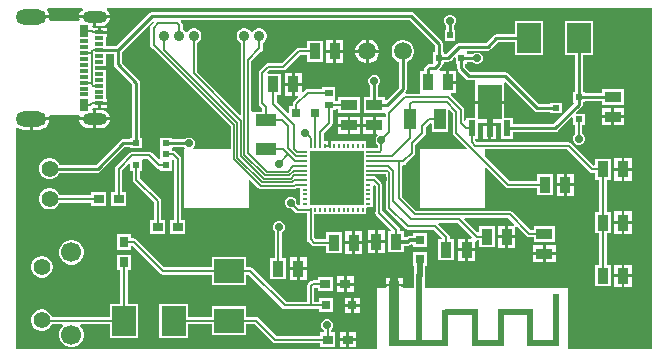
<source format=gtl>
G04*
G04 #@! TF.GenerationSoftware,Altium Limited,Altium Designer,23.8.1 (32)*
G04*
G04 Layer_Physical_Order=1*
G04 Layer_Color=255*
%FSLAX44Y44*%
%MOMM*%
G71*
G04*
G04 #@! TF.SameCoordinates,BD739B87-A4AA-4D6D-BF89-38DACE635197*
G04*
G04*
G04 #@! TF.FilePolarity,Positive*
G04*
G01*
G75*
%ADD10C,0.2000*%
%ADD13R,0.7000X1.0000*%
%ADD14R,0.7000X0.3000*%
%ADD15R,0.5000X0.5000*%
%ADD16R,0.9000X0.7000*%
%ADD17R,0.7000X0.6000*%
%ADD18R,0.8000X0.8000*%
%ADD19R,4.6000X4.6000*%
%ADD20R,0.4000X0.2000*%
%ADD21R,0.2000X0.4000*%
%ADD22R,0.9500X1.4000*%
%ADD23R,0.9000X0.8000*%
%ADD24R,0.8000X0.8000*%
%ADD25R,1.4000X0.9500*%
%ADD26R,2.0000X2.5000*%
%ADD27R,0.5000X0.6000*%
%ADD28R,1.8000X1.0000*%
%ADD29R,2.0000X3.0000*%
%ADD30R,0.6000X2.0000*%
%ADD31R,0.6000X1.4000*%
%ADD32R,0.8000X0.9000*%
%ADD33R,2.5000X2.0000*%
%ADD34R,0.6000X0.5000*%
%ADD35R,1.0000X1.8000*%
%ADD66C,1.5000*%
%ADD70C,0.1500*%
%ADD71C,0.4000*%
%ADD72C,0.5000*%
%ADD73C,0.7000*%
%ADD74C,0.2500*%
%ADD75C,0.3000*%
%ADD76R,0.9000X4.9087*%
%ADD77R,0.5000X4.6045*%
%ADD78R,0.5000X2.7455*%
%ADD79R,0.5000X2.7180*%
%ADD80R,0.5000X4.2606*%
%ADD81R,2.3761X0.5000*%
%ADD82R,0.5000X2.7692*%
%ADD83R,2.1583X0.5000*%
%ADD84R,2.7000X0.5000*%
%ADD85R,5.0000X0.5000*%
%ADD86R,0.5000X3.1400*%
%ADD87O,2.6000X1.3000*%
%ADD88O,2.1000X1.0000*%
%ADD89C,0.9000*%
%ADD90C,1.4000*%
%ADD91C,1.7000*%
%ADD92C,0.7000*%
G36*
X222892Y-41392D02*
X151500D01*
Y11000D01*
X30000D01*
Y12557D01*
X30088Y13000D01*
Y20019D01*
X30239Y20244D01*
X30588Y22000D01*
Y29500D01*
X32000D01*
Y41500D01*
X20000D01*
Y29500D01*
X21412D01*
Y23481D01*
X21261Y23256D01*
X20912Y21500D01*
Y13000D01*
X21000Y12557D01*
Y11000D01*
X11501D01*
Y11770D01*
X10613D01*
X10439Y12030D01*
X9778Y12472D01*
X8997Y12628D01*
X4501D01*
X-3D01*
X-784Y12472D01*
X-1445Y12030D01*
X-1619Y11770D01*
X-2499D01*
Y11000D01*
X-10000D01*
Y-41392D01*
X-315892D01*
Y145925D01*
X-314753Y146487D01*
X-314039Y145939D01*
X-311849Y145032D01*
X-309500Y144722D01*
X-304250D01*
Y153800D01*
X-303000D01*
Y155050D01*
X-287587D01*
X-287664Y155632D01*
X-286811Y156902D01*
X-264200D01*
X-263010Y157139D01*
X-262096Y156026D01*
X-262207Y155758D01*
X-262300Y155050D01*
X-250650D01*
Y161365D01*
X-251483D01*
X-251632Y161868D01*
X-250646Y163000D01*
X-246550D01*
Y167000D01*
X-245300D01*
Y168250D01*
X-239300D01*
Y171000D01*
X-239800D01*
Y183500D01*
Y195500D01*
X-249196D01*
Y198500D01*
X-239800D01*
Y208686D01*
X-232814D01*
Y200000D01*
X-232561Y198732D01*
X-231843Y197657D01*
X-217314Y183127D01*
Y138000D01*
X-219000D01*
Y136814D01*
X-225000D01*
X-226268Y136561D01*
X-227343Y135843D01*
X-248123Y115064D01*
X-279070D01*
X-279113Y115224D01*
X-280298Y117276D01*
X-281974Y118952D01*
X-284026Y120137D01*
X-286315Y120750D01*
X-288685D01*
X-290974Y120137D01*
X-293026Y118952D01*
X-294702Y117276D01*
X-295887Y115224D01*
X-296500Y112935D01*
Y110565D01*
X-295887Y108276D01*
X-294702Y106224D01*
X-293026Y104548D01*
X-290974Y103363D01*
X-288685Y102750D01*
X-286315D01*
X-284026Y103363D01*
X-281974Y104548D01*
X-280298Y106224D01*
X-279113Y108276D01*
X-279070Y108436D01*
X-246750D01*
X-245482Y108689D01*
X-244407Y109407D01*
X-223627Y130186D01*
X-219000D01*
Y129000D01*
X-209000D01*
Y138000D01*
X-210686D01*
Y184500D01*
X-210939Y185768D01*
X-211657Y186843D01*
X-226186Y201373D01*
Y210627D01*
X-199964Y236850D01*
X-199804Y236818D01*
X-199386Y235440D01*
X-201663Y233163D01*
X-202326Y232171D01*
X-202559Y231000D01*
X-202559Y231000D01*
Y216757D01*
X-202326Y215587D01*
X-201663Y214594D01*
X-200671Y213932D01*
X-200632Y213924D01*
X-134304Y147596D01*
Y128000D01*
X-165633D01*
X-166159Y129270D01*
X-165261Y130168D01*
X-164500Y132005D01*
Y133995D01*
X-165261Y135832D01*
X-166668Y137239D01*
X-168505Y138000D01*
X-170495D01*
X-172332Y137239D01*
X-172757Y136814D01*
X-184000D01*
Y138000D01*
X-194000D01*
Y129770D01*
X-194000Y129000D01*
X-194000Y127730D01*
Y120122D01*
X-195270Y119596D01*
X-200837Y125163D01*
X-201829Y125826D01*
X-203000Y126059D01*
X-203000Y126059D01*
X-217500D01*
X-217500Y126059D01*
X-218671Y125826D01*
X-219663Y125163D01*
X-219663Y125163D01*
X-231163Y113663D01*
X-231826Y112670D01*
X-232059Y111500D01*
X-232059Y111500D01*
Y92000D01*
X-235500D01*
Y80000D01*
X-222500D01*
Y92000D01*
X-225941D01*
Y110233D01*
X-220173Y116001D01*
X-219000Y115515D01*
Y110000D01*
X-217059D01*
Y102500D01*
X-217059Y102500D01*
X-216826Y101329D01*
X-216163Y100337D01*
X-199059Y83233D01*
Y68000D01*
X-202500D01*
Y56000D01*
X-189500D01*
Y68000D01*
X-192941D01*
Y84500D01*
X-193174Y85670D01*
X-193837Y86663D01*
X-193837Y86663D01*
X-210941Y103767D01*
Y110000D01*
X-209000D01*
Y119000D01*
X-208206Y119941D01*
X-204267D01*
X-196663Y112337D01*
X-195671Y111674D01*
X-194500Y111441D01*
X-194000Y110364D01*
Y110000D01*
X-184000D01*
Y118230D01*
X-184000Y118878D01*
X-183016Y119690D01*
X-182059Y118733D01*
Y68000D01*
X-185500D01*
Y56000D01*
X-172500D01*
Y68000D01*
X-175941D01*
Y120000D01*
X-175941Y120000D01*
X-176174Y121171D01*
X-176837Y122163D01*
X-176837Y122163D01*
X-180837Y126163D01*
X-181829Y126826D01*
X-183000Y127059D01*
X-184000Y127802D01*
X-184000Y128500D01*
Y129288D01*
X-183102Y130186D01*
X-173746D01*
X-173739Y130168D01*
X-172841Y129270D01*
X-173367Y128000D01*
X-174000D01*
Y78000D01*
X-119000D01*
Y101723D01*
X-117827Y102209D01*
X-110635Y95017D01*
X-109726Y94410D01*
X-108652Y94196D01*
X-80500D01*
X-79427Y94410D01*
X-78517Y95017D01*
X-78339Y95196D01*
X-75500D01*
Y91000D01*
Y81122D01*
X-76770Y80596D01*
X-78500Y82326D01*
Y83995D01*
X-79261Y85832D01*
X-80668Y87239D01*
X-82505Y88000D01*
X-84495D01*
X-86332Y87239D01*
X-87739Y85832D01*
X-88500Y83995D01*
Y82005D01*
X-87739Y80168D01*
X-86332Y78761D01*
X-84495Y78000D01*
X-82826D01*
X-79663Y74837D01*
X-79663Y74837D01*
X-78671Y74174D01*
X-77500Y73941D01*
X-77500Y73941D01*
X-69559D01*
Y52000D01*
X-69559Y52000D01*
X-69326Y50829D01*
X-68663Y49837D01*
X-65663Y46837D01*
X-65663Y46837D01*
X-64671Y46174D01*
X-63500Y45941D01*
X-53750D01*
Y40000D01*
X-40250D01*
Y58000D01*
X-53750D01*
Y52059D01*
X-62233D01*
X-63441Y53267D01*
Y73000D01*
X-19500D01*
Y78500D01*
X-19000D01*
Y79000D01*
X-13500D01*
Y87000D01*
Y97244D01*
X-12327Y97730D01*
X-11370Y96773D01*
Y75769D01*
X-11392Y75736D01*
X-11625Y74566D01*
X-11392Y73395D01*
X-10729Y72403D01*
X1501Y60173D01*
X1015Y59000D01*
X-750D01*
Y41000D01*
X12750D01*
Y46431D01*
X16000D01*
X17366Y46703D01*
X18523Y47477D01*
X18730Y47683D01*
X20000Y47332D01*
Y45500D01*
X32000D01*
Y57500D01*
X20000D01*
Y55069D01*
X17500D01*
X16134Y54797D01*
X14977Y54023D01*
X14522Y53569D01*
X12750D01*
Y59000D01*
X9059D01*
Y60000D01*
X8826Y61171D01*
X8163Y62163D01*
X8163Y62163D01*
X-5762Y76088D01*
Y97934D01*
X-5975Y99007D01*
X-6583Y99917D01*
X-9798Y103132D01*
X-9806Y103170D01*
X-10469Y104163D01*
X-11461Y104826D01*
X-12632Y105059D01*
X-13000D01*
Y107196D01*
X-2554D01*
Y79954D01*
X-2576Y79921D01*
X-2809Y78750D01*
X-2576Y77579D01*
X-1913Y76587D01*
X13712Y60962D01*
X13712Y60962D01*
X14705Y60299D01*
X15875Y60066D01*
X37608D01*
X44404Y53270D01*
X43878Y52000D01*
X41750D01*
Y34000D01*
X55250D01*
Y52000D01*
X51559D01*
Y53500D01*
X51559Y53500D01*
X51326Y54671D01*
X50663Y55663D01*
X41620Y64705D01*
X42147Y65975D01*
X57699D01*
X70001Y53673D01*
X69515Y52500D01*
X66750D01*
Y44250D01*
X72750D01*
Y49895D01*
X74000Y50941D01*
X74000Y50941D01*
X75750D01*
Y45000D01*
X89250D01*
Y63000D01*
X75750D01*
Y58372D01*
X74480Y57846D01*
X63558Y68768D01*
X64044Y69941D01*
X100733D01*
X105904Y64770D01*
X105378Y63500D01*
X100750D01*
Y55250D01*
X106750D01*
Y62128D01*
X108020Y62654D01*
X116337Y54337D01*
X117330Y53674D01*
X118500Y53441D01*
X118500Y53441D01*
X122500D01*
Y49750D01*
X140500D01*
Y63250D01*
X122500D01*
Y59559D01*
X119767D01*
X104163Y75163D01*
X103170Y75826D01*
X102000Y76059D01*
X102000Y76059D01*
X22767D01*
X11059Y87767D01*
Y114159D01*
X12000Y114941D01*
X13170Y115174D01*
X14163Y115837D01*
X21163Y122837D01*
X21163Y122837D01*
X21826Y123829D01*
X22059Y125000D01*
X22059Y125000D01*
Y131733D01*
X30163Y139837D01*
X30163Y139837D01*
X30826Y140829D01*
X31059Y142000D01*
X31059Y142000D01*
Y146733D01*
X34730Y150404D01*
X36000Y149878D01*
Y143000D01*
X50000D01*
Y161015D01*
X51173Y161501D01*
X53941Y158733D01*
Y142050D01*
X53941Y142050D01*
X54174Y140880D01*
X54837Y139887D01*
X65551Y129173D01*
X65065Y128000D01*
X26000D01*
Y78000D01*
X81000D01*
Y112065D01*
X82173Y112551D01*
X98887Y95837D01*
X98887Y95837D01*
X99880Y95174D01*
X101050Y94941D01*
X101050Y94941D01*
X125250D01*
Y89000D01*
X138750D01*
Y107000D01*
X125250D01*
Y101059D01*
X102317D01*
X81000Y122376D01*
Y127941D01*
X150733D01*
X169837Y108837D01*
X170830Y108174D01*
X172000Y107941D01*
X174250D01*
Y102000D01*
X177941D01*
Y75000D01*
X174250D01*
Y57000D01*
X177941D01*
Y30000D01*
X174250D01*
Y12000D01*
X187750D01*
Y30000D01*
X184059D01*
Y57000D01*
X187750D01*
Y75000D01*
X184059D01*
Y102000D01*
X187750D01*
Y120000D01*
X174250D01*
Y114752D01*
X172980Y114346D01*
X154163Y133163D01*
X153171Y133826D01*
X152000Y134059D01*
X152000Y134059D01*
X74267D01*
X73059Y135267D01*
Y137000D01*
X75000D01*
Y150500D01*
X79750D01*
Y150250D01*
X90750D01*
Y150500D01*
X95000D01*
Y137000D01*
X105000D01*
Y142686D01*
X140500D01*
X141768Y142939D01*
X142843Y143657D01*
X154327Y155140D01*
X155500Y154655D01*
Y149000D01*
X157441D01*
Y141012D01*
X156261Y139832D01*
X155500Y137995D01*
Y136005D01*
X156261Y134168D01*
X157668Y132761D01*
X159505Y132000D01*
X161495D01*
X163332Y132761D01*
X164739Y134168D01*
X165500Y136005D01*
Y137995D01*
X164739Y139832D01*
X163559Y141012D01*
Y149000D01*
X165500D01*
Y158000D01*
X158846D01*
X158359Y159173D01*
X162843Y163657D01*
X163561Y164732D01*
X163814Y166000D01*
Y168000D01*
X165500D01*
Y169186D01*
X180500D01*
Y165750D01*
X198500D01*
Y179250D01*
X180500D01*
Y175814D01*
X165500D01*
Y177000D01*
X163814D01*
Y207500D01*
X172500D01*
Y236500D01*
X148500D01*
Y207500D01*
X157186D01*
Y177000D01*
X155500D01*
Y168000D01*
X156018D01*
X156544Y166730D01*
X139127Y149314D01*
X105000D01*
Y155000D01*
X97500D01*
Y166750D01*
X72500D01*
Y155000D01*
X65000D01*
Y153077D01*
X63730Y152398D01*
X63559Y152513D01*
Y161500D01*
X63559Y161500D01*
X63326Y162671D01*
X62663Y163663D01*
X62663Y163663D01*
X52163Y174163D01*
X52062Y174230D01*
X52448Y175500D01*
X56750D01*
Y183750D01*
X49500D01*
Y185000D01*
X48250D01*
Y194500D01*
X42982D01*
X42456Y195770D01*
X44343Y197657D01*
X45061Y198732D01*
X45314Y200000D01*
Y200500D01*
X46500D01*
Y202186D01*
X50036D01*
X51304Y202439D01*
X52379Y203157D01*
X53843Y204621D01*
X53915Y204729D01*
X55327Y206140D01*
X56500Y205655D01*
Y200500D01*
X57686D01*
Y196500D01*
X57939Y195232D01*
X58657Y194157D01*
X65157Y187657D01*
X66232Y186939D01*
X67500Y186686D01*
X72298D01*
X72500Y185500D01*
X72500D01*
Y169250D01*
X97500D01*
Y184518D01*
X98770Y185044D01*
X123157Y160657D01*
X124232Y159939D01*
X125500Y159686D01*
X136500D01*
Y158500D01*
X146500D01*
Y167500D01*
X136500D01*
Y166314D01*
X126873D01*
X100843Y192343D01*
X99768Y193061D01*
X98500Y193314D01*
X68873D01*
X64314Y197873D01*
Y200500D01*
X65500D01*
Y202186D01*
X70254D01*
X70261Y202168D01*
X71668Y200761D01*
X73505Y200000D01*
X75495D01*
X77332Y200761D01*
X78739Y202168D01*
X79500Y204005D01*
Y205995D01*
X78739Y207832D01*
X77332Y209239D01*
X75495Y210000D01*
X73505D01*
X71668Y209239D01*
X71243Y208814D01*
X65500D01*
Y210500D01*
X65500D01*
X65702Y211686D01*
X83500D01*
X84768Y211939D01*
X85843Y212657D01*
X91873Y218686D01*
X106500D01*
Y207500D01*
X130500D01*
Y236500D01*
X106500D01*
Y225314D01*
X90500D01*
X89232Y225061D01*
X88157Y224343D01*
X82128Y218314D01*
X59500D01*
X58232Y218061D01*
X57157Y217343D01*
X49157Y209343D01*
X49085Y209236D01*
X48663Y208814D01*
X46500D01*
Y210500D01*
X45314D01*
Y217500D01*
X45061Y218768D01*
X44343Y219843D01*
X20843Y243343D01*
X19768Y244061D01*
X18500Y244314D01*
X-200500D01*
X-201768Y244061D01*
X-202843Y243343D01*
X-230872Y215314D01*
X-239800D01*
Y223000D01*
X-239300D01*
Y225750D01*
X-245300D01*
Y227000D01*
X-246550D01*
Y231000D01*
X-250646D01*
X-251632Y232132D01*
X-251483Y232635D01*
X-250650D01*
Y238950D01*
X-262300D01*
X-262207Y238242D01*
X-262100Y237983D01*
X-263013Y236870D01*
X-264200Y237106D01*
X-286807D01*
X-287663Y238376D01*
X-287587Y238950D01*
X-303000D01*
Y241450D01*
X-287587D01*
X-287732Y242549D01*
X-288638Y244739D01*
X-289700Y246122D01*
X-289074Y247392D01*
X-259933D01*
X-259502Y246122D01*
X-260249Y245549D01*
X-261451Y243982D01*
X-262207Y242158D01*
X-262300Y241450D01*
X-236500D01*
X-236593Y242158D01*
X-237349Y243982D01*
X-238551Y245549D01*
X-239298Y246122D01*
X-238867Y247392D01*
X222892D01*
Y-41392D01*
D02*
G37*
G36*
X38686Y216127D02*
Y210500D01*
X37500D01*
Y200500D01*
X36307Y200314D01*
X34000D01*
X32732Y200061D01*
X31657Y199343D01*
X30157Y197843D01*
X29439Y196768D01*
X29186Y195500D01*
Y194000D01*
X25750D01*
Y176000D01*
X24956Y175059D01*
X14291D01*
X13765Y176329D01*
X13843Y176407D01*
X14561Y177482D01*
X14814Y178750D01*
Y202053D01*
X15167Y202147D01*
X17333Y203398D01*
X19102Y205167D01*
X20353Y207333D01*
X21000Y209749D01*
Y212251D01*
X20353Y214667D01*
X19102Y216833D01*
X17333Y218602D01*
X15167Y219853D01*
X12751Y220500D01*
X10249D01*
X7833Y219853D01*
X5667Y218602D01*
X3898Y216833D01*
X2647Y214667D01*
X2000Y212251D01*
Y209749D01*
X2647Y207333D01*
X3898Y205167D01*
X5667Y203398D01*
X7833Y202147D01*
X8186Y202053D01*
Y180123D01*
X-2230Y169706D01*
X-3500Y170232D01*
Y172250D01*
X-9186D01*
Y182243D01*
X-8261Y183168D01*
X-7500Y185005D01*
Y186995D01*
X-8261Y188832D01*
X-9668Y190239D01*
X-11505Y191000D01*
X-13495D01*
X-15332Y190239D01*
X-16739Y188832D01*
X-17500Y186995D01*
Y185005D01*
X-16739Y183168D01*
X-15814Y182243D01*
Y172250D01*
X-21500D01*
Y158750D01*
X-3500D01*
X-3059Y157663D01*
Y155750D01*
X-11250D01*
Y148500D01*
Y141250D01*
X-9980D01*
X-9938Y141184D01*
X-9591Y139980D01*
X-10739Y138832D01*
X-11500Y136995D01*
Y135005D01*
X-10739Y133168D01*
X-9559Y131988D01*
Y129059D01*
X-17500D01*
X-17795Y129000D01*
X-19000D01*
Y129500D01*
X-19500D01*
Y135000D01*
X-47000D01*
Y135500D01*
X-49250D01*
Y135000D01*
X-49500D01*
Y131000D01*
X-51750D01*
Y135500D01*
X-55441D01*
Y141233D01*
X-48837Y147837D01*
X-48174Y148829D01*
X-47941Y150000D01*
X-47941Y150000D01*
Y161000D01*
X-45500D01*
Y161701D01*
X-45295Y161941D01*
X-44230Y162586D01*
X-43500Y162441D01*
X-43000D01*
Y158750D01*
X-25000D01*
Y172250D01*
X-43000D01*
Y169861D01*
X-43982Y169055D01*
X-44000Y169059D01*
X-44000Y169059D01*
X-44602D01*
X-45500Y169957D01*
X-45500Y171000D01*
X-45500D01*
Y171000D01*
X-45500D01*
Y181000D01*
X-56500D01*
Y179059D01*
X-69000D01*
X-70171Y178826D01*
X-71163Y178163D01*
X-71163Y178163D01*
X-72577Y176749D01*
X-73750Y177235D01*
Y181750D01*
X-79750D01*
Y173500D01*
X-77485D01*
X-76999Y172327D01*
X-80663Y168663D01*
X-81326Y167670D01*
X-81559Y166500D01*
X-81559Y166500D01*
Y165000D01*
X-84500D01*
Y158985D01*
X-85673Y158499D01*
X-94941Y167767D01*
Y174000D01*
X-91250D01*
Y192000D01*
X-102515D01*
X-103001Y193173D01*
X-101233Y194941D01*
X-89500D01*
X-89500Y194941D01*
X-88329Y195174D01*
X-87337Y195837D01*
X-75233Y207941D01*
X-69750D01*
Y202000D01*
X-56250D01*
Y220000D01*
X-69750D01*
Y214059D01*
X-76500D01*
X-77671Y213826D01*
X-78663Y213163D01*
X-78663Y213163D01*
X-90767Y201059D01*
X-102500D01*
X-102500Y201059D01*
X-103671Y200826D01*
X-104663Y200163D01*
X-109663Y195163D01*
X-110326Y194170D01*
X-110559Y193000D01*
X-110559Y193000D01*
Y167000D01*
X-110559Y167000D01*
X-110326Y165830D01*
X-109663Y164837D01*
X-107559Y162733D01*
Y160000D01*
X-115500D01*
Y160000D01*
X-116696Y160178D01*
Y202839D01*
X-108868Y210666D01*
X-108829Y210674D01*
X-107837Y211337D01*
X-107174Y212330D01*
X-106941Y213500D01*
Y218260D01*
X-106009Y218799D01*
X-104799Y220009D01*
X-103943Y221491D01*
X-103500Y223144D01*
Y224856D01*
X-103943Y226509D01*
X-104799Y227991D01*
X-106009Y229201D01*
X-107491Y230057D01*
X-109144Y230500D01*
X-110856D01*
X-112509Y230057D01*
X-113991Y229201D01*
X-115201Y227991D01*
X-115517Y227445D01*
X-116983D01*
X-117299Y227991D01*
X-118509Y229201D01*
X-119991Y230057D01*
X-121644Y230500D01*
X-123356D01*
X-125009Y230057D01*
X-126491Y229201D01*
X-127701Y227991D01*
X-128557Y226509D01*
X-129000Y224856D01*
Y223144D01*
X-128557Y221491D01*
X-127701Y220009D01*
X-126491Y218799D01*
X-125304Y218113D01*
Y157860D01*
X-126477Y157374D01*
X-162441Y193339D01*
Y218260D01*
X-161509Y218799D01*
X-160299Y220009D01*
X-159443Y221491D01*
X-159000Y223144D01*
Y224856D01*
X-159443Y226509D01*
X-160299Y227991D01*
X-161509Y229201D01*
X-162991Y230057D01*
X-164644Y230500D01*
X-166356D01*
X-168009Y230057D01*
X-169491Y229201D01*
X-170701Y227991D01*
X-171017Y227445D01*
X-172483D01*
X-172799Y227991D01*
X-174009Y229201D01*
X-174941Y229740D01*
Y233500D01*
X-175174Y234671D01*
X-175837Y235663D01*
X-175837Y235663D01*
X-176591Y236416D01*
X-176064Y237686D01*
X17127D01*
X38686Y216127D01*
D02*
G37*
%LPC*%
G36*
X-236500Y238950D02*
X-248150D01*
Y232635D01*
X-243900D01*
X-241942Y232893D01*
X-240118Y233649D01*
X-238551Y234851D01*
X-237349Y236418D01*
X-236593Y238242D01*
X-236500Y238950D01*
D02*
G37*
G36*
X-244050Y231000D02*
Y228250D01*
X-239300D01*
Y231000D01*
X-244050D01*
D02*
G37*
G36*
X52495Y242000D02*
X50505D01*
X48668Y241239D01*
X47261Y239832D01*
X46500Y237995D01*
Y236005D01*
X47261Y234168D01*
X48186Y233243D01*
Y229500D01*
X47000D01*
Y219500D01*
X56000D01*
Y229500D01*
X54814D01*
Y233243D01*
X55739Y234168D01*
X56500Y236005D01*
Y237995D01*
X55739Y239832D01*
X54332Y241239D01*
X52495Y242000D01*
D02*
G37*
G36*
X56750Y194500D02*
X50750D01*
Y186250D01*
X56750D01*
Y194500D01*
D02*
G37*
G36*
X-239300Y165750D02*
X-244050D01*
Y163000D01*
X-239300D01*
Y165750D01*
D02*
G37*
G36*
X199000Y162750D02*
X190750D01*
Y156750D01*
X199000D01*
Y162750D01*
D02*
G37*
G36*
X188250D02*
X180000D01*
Y156750D01*
X188250D01*
Y162750D01*
D02*
G37*
G36*
X-243900Y161365D02*
X-248150D01*
Y155050D01*
X-236500D01*
X-236593Y155758D01*
X-237349Y157582D01*
X-238551Y159149D01*
X-240118Y160351D01*
X-241942Y161107D01*
X-243900Y161365D01*
D02*
G37*
G36*
X199000Y154250D02*
X190750D01*
Y148250D01*
X199000D01*
Y154250D01*
D02*
G37*
G36*
X188250D02*
X180000D01*
Y148250D01*
X188250D01*
Y154250D01*
D02*
G37*
G36*
X-236500Y152550D02*
X-248150D01*
Y146235D01*
X-243900D01*
X-241942Y146493D01*
X-240118Y147249D01*
X-238551Y148451D01*
X-237349Y150018D01*
X-236593Y151842D01*
X-236500Y152550D01*
D02*
G37*
G36*
X-250650D02*
X-262300D01*
X-262207Y151842D01*
X-261451Y150018D01*
X-260249Y148451D01*
X-258682Y147249D01*
X-256858Y146493D01*
X-254900Y146235D01*
X-250650D01*
Y152550D01*
D02*
G37*
G36*
X-287587D02*
X-301750D01*
Y144722D01*
X-296500D01*
X-294151Y145032D01*
X-291961Y145939D01*
X-290081Y147381D01*
X-288638Y149261D01*
X-287732Y151451D01*
X-287587Y152550D01*
D02*
G37*
G36*
X90750Y147750D02*
X86500D01*
Y136500D01*
X90750D01*
Y147750D01*
D02*
G37*
G36*
X84000D02*
X79750D01*
Y136500D01*
X84000D01*
Y147750D01*
D02*
G37*
G36*
X205250Y120500D02*
X199250D01*
Y112250D01*
X205250D01*
Y120500D01*
D02*
G37*
G36*
X196750D02*
X190750D01*
Y112250D01*
X196750D01*
Y120500D01*
D02*
G37*
G36*
X205250Y109750D02*
X199250D01*
Y101500D01*
X205250D01*
Y109750D01*
D02*
G37*
G36*
X196750D02*
X190750D01*
Y101500D01*
X196750D01*
Y109750D01*
D02*
G37*
G36*
X156250Y107500D02*
X150250D01*
Y99250D01*
X156250D01*
Y107500D01*
D02*
G37*
G36*
X147750D02*
X141750D01*
Y99250D01*
X147750D01*
Y107500D01*
D02*
G37*
G36*
X156250Y96750D02*
X150250D01*
Y88500D01*
X156250D01*
Y96750D01*
D02*
G37*
G36*
X147750D02*
X141750D01*
Y88500D01*
X147750D01*
Y96750D01*
D02*
G37*
G36*
X-286315Y95250D02*
X-288685D01*
X-290974Y94637D01*
X-293026Y93452D01*
X-294702Y91776D01*
X-295887Y89724D01*
X-296500Y87435D01*
Y85065D01*
X-295887Y82776D01*
X-294702Y80724D01*
X-293026Y79048D01*
X-290974Y77863D01*
X-288685Y77250D01*
X-286315D01*
X-284026Y77863D01*
X-281974Y79048D01*
X-280298Y80724D01*
X-279113Y82776D01*
X-279069Y82941D01*
X-252500D01*
Y80000D01*
X-239500D01*
Y92000D01*
X-252500D01*
Y89059D01*
X-278935D01*
X-279113Y89724D01*
X-280298Y91776D01*
X-281974Y93452D01*
X-284026Y94637D01*
X-286315Y95250D01*
D02*
G37*
G36*
X205250Y75500D02*
X199250D01*
Y67250D01*
X205250D01*
Y75500D01*
D02*
G37*
G36*
X196750D02*
X190750D01*
Y67250D01*
X196750D01*
Y75500D01*
D02*
G37*
G36*
X205250Y64750D02*
X199250D01*
Y56500D01*
X205250D01*
Y64750D01*
D02*
G37*
G36*
X196750D02*
X190750D01*
Y56500D01*
X196750D01*
Y64750D01*
D02*
G37*
G36*
X98250Y63500D02*
X92250D01*
Y55250D01*
X98250D01*
Y63500D01*
D02*
G37*
G36*
X-3750Y59500D02*
X-9750D01*
Y51250D01*
X-3750D01*
Y59500D01*
D02*
G37*
G36*
X-12250D02*
X-18250D01*
Y51250D01*
X-12250D01*
Y59500D01*
D02*
G37*
G36*
X-22750Y58500D02*
X-28750D01*
Y50250D01*
X-22750D01*
Y58500D01*
D02*
G37*
G36*
X-31250D02*
X-37250D01*
Y50250D01*
X-31250D01*
Y58500D01*
D02*
G37*
G36*
X106750Y52750D02*
X100750D01*
Y44500D01*
X106750D01*
Y52750D01*
D02*
G37*
G36*
X98250D02*
X92250D01*
Y44500D01*
X98250D01*
Y52750D01*
D02*
G37*
G36*
X64250Y52500D02*
X58250D01*
Y44250D01*
X64250D01*
Y52500D01*
D02*
G37*
G36*
X141000Y46750D02*
X132750D01*
Y40750D01*
X141000D01*
Y46750D01*
D02*
G37*
G36*
X130250D02*
X122000D01*
Y40750D01*
X130250D01*
Y46750D01*
D02*
G37*
G36*
X-3750Y48750D02*
X-9750D01*
Y40500D01*
X-3750D01*
Y48750D01*
D02*
G37*
G36*
X-12250D02*
X-18250D01*
Y40500D01*
X-12250D01*
Y48750D01*
D02*
G37*
G36*
X-22750Y47750D02*
X-28750D01*
Y39500D01*
X-22750D01*
Y47750D01*
D02*
G37*
G36*
X-31250D02*
X-37250D01*
Y39500D01*
X-31250D01*
Y47750D01*
D02*
G37*
G36*
X72750Y41750D02*
X66750D01*
Y33500D01*
X72750D01*
Y41750D01*
D02*
G37*
G36*
X64250D02*
X58250D01*
Y33500D01*
X64250D01*
Y41750D01*
D02*
G37*
G36*
X141000Y38250D02*
X132750D01*
Y32250D01*
X141000D01*
Y38250D01*
D02*
G37*
G36*
X130250D02*
X122000D01*
Y32250D01*
X130250D01*
Y38250D01*
D02*
G37*
G36*
X-267618Y51500D02*
X-270382D01*
X-273053Y50784D01*
X-275447Y49402D01*
X-277402Y47447D01*
X-278784Y45053D01*
X-279500Y42382D01*
Y39618D01*
X-278784Y36947D01*
X-277402Y34553D01*
X-275447Y32598D01*
X-273053Y31216D01*
X-270382Y30500D01*
X-267618D01*
X-264947Y31216D01*
X-262553Y32598D01*
X-260598Y34553D01*
X-259216Y36947D01*
X-258500Y39618D01*
Y42382D01*
X-259216Y45053D01*
X-260598Y47447D01*
X-262553Y49402D01*
X-264947Y50784D01*
X-267618Y51500D01*
D02*
G37*
G36*
X-69750Y36500D02*
X-75750D01*
Y28250D01*
X-69750D01*
Y36500D01*
D02*
G37*
G36*
X-78250D02*
X-84250D01*
Y28250D01*
X-78250D01*
Y36500D01*
D02*
G37*
G36*
X205250Y30500D02*
X199250D01*
Y22250D01*
X205250D01*
Y30500D01*
D02*
G37*
G36*
X196750D02*
X190750D01*
Y22250D01*
X196750D01*
Y30500D01*
D02*
G37*
G36*
X-292815Y37500D02*
X-295185D01*
X-297474Y36887D01*
X-299526Y35702D01*
X-301202Y34026D01*
X-302387Y31974D01*
X-303000Y29685D01*
Y27315D01*
X-302387Y25026D01*
X-301202Y22974D01*
X-299526Y21298D01*
X-297474Y20113D01*
X-295185Y19500D01*
X-292815D01*
X-290526Y20113D01*
X-288474Y21298D01*
X-286798Y22974D01*
X-285613Y25026D01*
X-285000Y27315D01*
Y29685D01*
X-285613Y31974D01*
X-286798Y34026D01*
X-288474Y35702D01*
X-290526Y36887D01*
X-292815Y37500D01*
D02*
G37*
G36*
X-92506Y67000D02*
X-94495D01*
X-96332Y66239D01*
X-97739Y64832D01*
X-98500Y62995D01*
Y61005D01*
X-97739Y59168D01*
X-97059Y58488D01*
Y36000D01*
X-100750D01*
Y18000D01*
X-87250D01*
Y36000D01*
X-90941D01*
Y57648D01*
X-90668Y57761D01*
X-89261Y59168D01*
X-88500Y61005D01*
Y62995D01*
X-89261Y64832D01*
X-90668Y66239D01*
X-92506Y67000D01*
D02*
G37*
G36*
X-69750Y25750D02*
X-75750D01*
Y17500D01*
X-69750D01*
Y25750D01*
D02*
G37*
G36*
X-78250D02*
X-84250D01*
Y17500D01*
X-78250D01*
Y25750D01*
D02*
G37*
G36*
X-30000Y20500D02*
X-35750D01*
Y15250D01*
X-30000D01*
Y20500D01*
D02*
G37*
G36*
X-38250D02*
X-44000D01*
Y15250D01*
X-38250D01*
Y20500D01*
D02*
G37*
G36*
X11501Y19020D02*
X5751D01*
Y14270D01*
X11501D01*
Y19020D01*
D02*
G37*
G36*
X3251D02*
X-2499D01*
Y14270D01*
X3251D01*
Y19020D01*
D02*
G37*
G36*
X205250Y19750D02*
X199250D01*
Y11500D01*
X205250D01*
Y19750D01*
D02*
G37*
G36*
X196750D02*
X190750D01*
Y11500D01*
X196750D01*
Y19750D01*
D02*
G37*
G36*
X-218500Y56000D02*
X-230500D01*
Y43000D01*
X-218500D01*
Y46352D01*
X-217230Y46404D01*
X-193663Y22837D01*
X-192670Y22174D01*
X-191500Y21941D01*
X-150000D01*
Y13000D01*
X-121000D01*
Y21941D01*
X-118767D01*
X-90663Y-6163D01*
X-89670Y-6826D01*
X-88500Y-7059D01*
X-88500Y-7059D01*
X-59750D01*
Y-10000D01*
X-47750D01*
Y2000D01*
X-59750D01*
Y-941D01*
X-63441D01*
Y10733D01*
X-63233Y10941D01*
X-60500D01*
Y8000D01*
X-47500D01*
Y20000D01*
X-60500D01*
Y17059D01*
X-64500D01*
X-65671Y16826D01*
X-66663Y16163D01*
X-68663Y14163D01*
X-69326Y13170D01*
X-69559Y12000D01*
X-69559Y12000D01*
Y-941D01*
X-87233D01*
X-115337Y27163D01*
X-116329Y27826D01*
X-117500Y28059D01*
X-117500Y28059D01*
X-121000D01*
Y37000D01*
X-150000D01*
Y28059D01*
X-190233D01*
X-213837Y51663D01*
X-214830Y52326D01*
X-216000Y52559D01*
X-216000Y52559D01*
X-218500D01*
Y56000D01*
D02*
G37*
G36*
X-30000Y12750D02*
X-35750D01*
Y7500D01*
X-30000D01*
Y12750D01*
D02*
G37*
G36*
X-38250D02*
X-44000D01*
Y7500D01*
X-38250D01*
Y12750D01*
D02*
G37*
G36*
X-24750Y2500D02*
X-30000D01*
Y-2750D01*
X-24750D01*
Y2500D01*
D02*
G37*
G36*
X-32500D02*
X-37750D01*
Y-2750D01*
X-32500D01*
Y2500D01*
D02*
G37*
G36*
X-24750Y-5250D02*
X-30000D01*
Y-10500D01*
X-24750D01*
Y-5250D01*
D02*
G37*
G36*
X-32500D02*
X-37750D01*
Y-10500D01*
X-32500D01*
Y-5250D01*
D02*
G37*
G36*
X-218500Y39000D02*
X-230500D01*
Y26000D01*
X-227559D01*
Y-2500D01*
X-236500D01*
Y-13941D01*
X-285368D01*
X-285613Y-13026D01*
X-286798Y-10974D01*
X-288474Y-9298D01*
X-290526Y-8113D01*
X-292815Y-7500D01*
X-295185D01*
X-297474Y-8113D01*
X-299526Y-9298D01*
X-301202Y-10974D01*
X-302387Y-13026D01*
X-303000Y-15315D01*
Y-17685D01*
X-302387Y-19974D01*
X-301202Y-22026D01*
X-299526Y-23702D01*
X-297474Y-24887D01*
X-295185Y-25500D01*
X-292815D01*
X-290526Y-24887D01*
X-288474Y-23702D01*
X-286798Y-22026D01*
X-285662Y-20059D01*
X-276704D01*
X-276178Y-21329D01*
X-277402Y-22553D01*
X-278784Y-24947D01*
X-279500Y-27618D01*
Y-30382D01*
X-278784Y-33053D01*
X-277402Y-35447D01*
X-275447Y-37402D01*
X-273053Y-38784D01*
X-270382Y-39500D01*
X-267618D01*
X-264947Y-38784D01*
X-262553Y-37402D01*
X-260598Y-35447D01*
X-259216Y-33053D01*
X-258500Y-30382D01*
Y-27618D01*
X-259216Y-24947D01*
X-260598Y-22553D01*
X-261822Y-21329D01*
X-261296Y-20059D01*
X-236500D01*
Y-31500D01*
X-212500D01*
Y-2500D01*
X-221441D01*
Y26000D01*
X-218500D01*
Y39000D01*
D02*
G37*
G36*
X-28000Y-26500D02*
X-33750D01*
Y-31750D01*
X-28000D01*
Y-26500D01*
D02*
G37*
G36*
X-36250D02*
X-42000D01*
Y-31750D01*
X-36250D01*
Y-26500D01*
D02*
G37*
G36*
X-170500Y-2500D02*
X-194500D01*
Y-31500D01*
X-170500D01*
Y-20059D01*
X-150000D01*
Y-29000D01*
X-121000D01*
Y-20059D01*
X-113767D01*
X-98663Y-35163D01*
X-98663Y-35163D01*
X-97670Y-35826D01*
X-96500Y-36059D01*
X-58500D01*
Y-39000D01*
X-45500D01*
Y-27000D01*
X-48941D01*
Y-24512D01*
X-48261Y-23832D01*
X-47500Y-21995D01*
Y-20005D01*
X-48261Y-18168D01*
X-49668Y-16761D01*
X-51505Y-16000D01*
X-53495D01*
X-55332Y-16761D01*
X-56739Y-18168D01*
X-57500Y-20005D01*
Y-21995D01*
X-56739Y-23832D01*
X-55332Y-25239D01*
X-55059Y-25352D01*
Y-27000D01*
X-58500D01*
Y-29941D01*
X-95233D01*
X-110337Y-14837D01*
X-111329Y-14174D01*
X-112500Y-13941D01*
X-112500Y-13941D01*
X-121000D01*
Y-5000D01*
X-150000D01*
Y-13941D01*
X-170500D01*
Y-2500D01*
D02*
G37*
G36*
X-28000Y-34250D02*
X-33750D01*
Y-39500D01*
X-28000D01*
Y-34250D01*
D02*
G37*
G36*
X-36250D02*
X-42000D01*
Y-39500D01*
X-36250D01*
Y-34250D01*
D02*
G37*
G36*
X-17184Y221000D02*
X-17250D01*
Y212250D01*
X-8500D01*
Y212316D01*
X-9182Y214860D01*
X-10498Y217140D01*
X-12360Y219002D01*
X-14640Y220319D01*
X-17184Y221000D01*
D02*
G37*
G36*
X-38750Y220500D02*
X-44750D01*
Y212250D01*
X-38750D01*
Y220500D01*
D02*
G37*
G36*
X-47250D02*
X-53250D01*
Y212250D01*
X-47250D01*
Y220500D01*
D02*
G37*
G36*
X-19750Y221000D02*
X-19816D01*
X-22360Y220319D01*
X-24640Y219002D01*
X-26502Y217140D01*
X-27819Y214860D01*
X-28500Y212316D01*
Y212250D01*
X-19750D01*
Y221000D01*
D02*
G37*
G36*
X-18500Y211000D02*
D01*
D01*
D01*
D01*
D02*
G37*
G36*
X-38750Y209750D02*
X-44750D01*
Y201500D01*
X-38750D01*
Y209750D01*
D02*
G37*
G36*
X-47250D02*
X-53250D01*
Y201500D01*
X-47250D01*
Y209750D01*
D02*
G37*
G36*
X-8500D02*
X-17250D01*
Y201000D01*
X-17184D01*
X-14640Y201681D01*
X-12360Y202998D01*
X-10498Y204860D01*
X-9182Y207140D01*
X-8500Y209683D01*
Y209750D01*
D02*
G37*
G36*
X-19750D02*
X-28500D01*
Y209683D01*
X-27819Y207140D01*
X-26502Y204860D01*
X-24640Y202998D01*
X-22360Y201681D01*
X-19816Y201000D01*
X-19750D01*
Y209750D01*
D02*
G37*
G36*
X-73750Y192500D02*
X-79750D01*
Y184250D01*
X-73750D01*
Y192500D01*
D02*
G37*
G36*
X-82250D02*
X-88250D01*
Y184250D01*
X-82250D01*
Y192500D01*
D02*
G37*
G36*
Y181750D02*
X-88250D01*
Y173500D01*
X-82250D01*
Y181750D01*
D02*
G37*
G36*
X-13750Y155750D02*
X-22000D01*
Y149750D01*
X-13750D01*
Y155750D01*
D02*
G37*
G36*
X-24500Y155750D02*
X-32750D01*
Y149750D01*
X-24500D01*
Y155750D01*
D02*
G37*
G36*
X-35250D02*
X-43500D01*
Y149750D01*
X-35250D01*
Y155750D01*
D02*
G37*
G36*
X-13750Y147250D02*
X-22000D01*
Y141250D01*
X-13750D01*
Y147250D01*
D02*
G37*
G36*
X-24500Y147250D02*
X-32750D01*
Y141250D01*
X-24500D01*
Y147250D01*
D02*
G37*
G36*
X-35250D02*
X-43500D01*
Y141250D01*
X-35250D01*
Y147250D01*
D02*
G37*
%LPD*%
D10*
X15875Y63125D02*
X38875D01*
X250Y78750D02*
X15875Y63125D01*
X-49000Y183000D02*
X-46000Y186000D01*
X-81000Y183000D02*
X-49000D01*
X-46000Y186000D02*
Y211000D01*
X102000Y73000D02*
X118500Y56500D01*
X8000Y86500D02*
X21500Y73000D01*
X102000D01*
X19172Y167750D02*
X49250D01*
X57000Y142050D02*
Y160000D01*
X49250Y167750D02*
X57000Y160000D01*
X60500Y150250D02*
X64750Y146000D01*
X57000Y142050D02*
X101050Y98000D01*
X50000Y172000D02*
X60500Y161500D01*
Y150250D02*
Y161500D01*
X0Y159000D02*
X13000Y172000D01*
X50000D01*
X152000Y131000D02*
X172000Y111000D01*
X181000D01*
X73000Y131000D02*
X152000D01*
X118500Y56500D02*
X131500D01*
X-214000Y102500D02*
Y114500D01*
Y102500D02*
X-196000Y84500D01*
X-203000Y123000D02*
X-194500Y114500D01*
X-217500Y123000D02*
X-203000D01*
X-194500Y114500D02*
X-189000D01*
Y124000D02*
X-183000D01*
X-179000Y120000D01*
Y62000D02*
Y120000D01*
X28000Y142000D02*
Y148000D01*
X19000Y133000D02*
X28000Y142000D01*
X19000Y125000D02*
Y133000D01*
X12000Y118000D02*
X19000Y125000D01*
X8000Y118000D02*
X12000D01*
X18000Y138000D02*
Y154000D01*
X2000Y122000D02*
X18000Y138000D01*
Y154000D02*
Y166578D01*
X28000Y148000D02*
X34000Y154000D01*
X43000D01*
X18000Y166578D02*
X19172Y167750D01*
X-6500Y127500D02*
Y136000D01*
X-17500Y126000D02*
X-8000D01*
X-6500Y127500D01*
X0Y142500D02*
Y159000D01*
X-6500Y136000D02*
X0Y142500D01*
X-245300Y167000D02*
X-230500D01*
X-245300Y227000D02*
X-229500D01*
X-58500Y142500D02*
X-51000Y150000D01*
Y166000D01*
X-58500Y131000D02*
Y142500D01*
X-43500Y165500D02*
X-34000D01*
X-51000Y166000D02*
X-44000D01*
X-34000Y165500D02*
X-34000Y165500D01*
X-44000Y166000D02*
X-43500Y165500D01*
X-78500Y166500D02*
X-69000Y176000D01*
X-51000D01*
X-78500Y159000D02*
Y166500D01*
X-62500Y155000D02*
X-62500Y155000D01*
X-62500Y155000D02*
Y159000D01*
X-62500Y131000D02*
Y155000D01*
X-71000Y141808D02*
X-66500Y137308D01*
X-71000Y141808D02*
Y142000D01*
X-66500Y131000D02*
Y137308D01*
Y131000D02*
X-66500Y131000D01*
X64750Y146000D02*
X70000D01*
Y134000D02*
Y146000D01*
Y134000D02*
X73000Y131000D01*
X8000Y86500D02*
Y118000D01*
X-17500D02*
X8000D01*
X-17500Y102000D02*
X-12632D01*
X-6988Y103000D02*
X-5500D01*
X-17500Y122000D02*
X2000D01*
X160500Y137000D02*
Y153500D01*
X181000Y73000D02*
Y111000D01*
Y59000D02*
X181000Y59000D01*
X38875Y63125D02*
X48500Y53500D01*
Y43000D02*
Y53500D01*
X-8566Y74566D02*
X6000Y60000D01*
X74000Y54000D02*
X82500D01*
X-85500Y129000D02*
Y148000D01*
X-73500Y118000D02*
X-73500Y118000D01*
X-79500Y118000D02*
X-73500D01*
X-110000Y213500D02*
Y224000D01*
X-90500Y153000D02*
X-85500Y148000D01*
X-104500Y128000D02*
X-89500D01*
X-73500Y118000D02*
X-71500D01*
X-104500Y153000D02*
X-90500D01*
X-89500Y128000D02*
X-85500Y124000D01*
X-77500Y77000D02*
X-66500D01*
X-83500Y83000D02*
X-77500Y77000D01*
X-94000Y27000D02*
Y61500D01*
X-93500Y62000D01*
Y116000D02*
Y116000D01*
X-85500Y124000D02*
X-79500Y118000D01*
X-98000Y166500D02*
Y183000D01*
Y166500D02*
X-80500Y149000D01*
X-178000Y224000D02*
Y233500D01*
X-179500Y235000D02*
X-178000Y233500D01*
X-199500Y231000D02*
X-195500Y235000D01*
X-179500D01*
X-165500Y192432D02*
Y224000D01*
X-199500Y216757D02*
Y231000D01*
X-81000Y114000D02*
X-71500D01*
X58966Y69034D02*
X74000Y54000D01*
X18284Y69034D02*
X58966D01*
X-9988Y106000D02*
X-6988Y103000D01*
X-17500Y106000D02*
X-9988D01*
X-93500Y116000D02*
X-85500Y124000D01*
X-47000Y49000D02*
Y49500D01*
X-47500Y50000D02*
X-47000Y49500D01*
X-66500Y52000D02*
Y77000D01*
Y52000D02*
X-63500Y49000D01*
X-47000D01*
X-17500Y114000D02*
X-1126D01*
X181000Y21000D02*
Y59000D01*
X181000Y59000D02*
Y66000D01*
X6000Y50000D02*
Y60000D01*
X181000Y73000D02*
X181000Y73000D01*
Y66000D02*
Y73000D01*
X-66500Y-4000D02*
X-53750D01*
X-66500D02*
Y12000D01*
X-64500Y14000D01*
X-88500Y-4000D02*
X-66500D01*
X-64500Y14000D02*
X-54000D01*
X-52500Y-21000D02*
X-52000Y-21500D01*
Y-33000D02*
Y-21500D01*
X-96500Y-33000D02*
X-52000D01*
X-117500Y25000D02*
X-88500Y-4000D01*
X-123000Y25000D02*
X-117500D01*
X101050Y98000D02*
X132000D01*
X-229000Y111500D02*
X-217500Y123000D01*
X-229000Y86000D02*
Y111500D01*
X-196000Y62000D02*
Y84500D01*
X-287500Y86250D02*
X-287250Y86000D01*
X-246000D01*
X-123000Y-17000D02*
X-123000Y-17000D01*
X-112500D01*
X-135500Y-17000D02*
X-123000D01*
X-112500Y-17000D02*
X-96500Y-33000D01*
X-123000Y25000D02*
X-123000Y25000D01*
X-135500Y25000D02*
X-123000D01*
X-191500D02*
X-135500D01*
X-216000Y49500D02*
X-191500Y25000D01*
X-224500Y49500D02*
X-216000D01*
X-172500Y-17000D02*
X-172500Y-17000D01*
X-182500Y-17000D02*
X-172500D01*
X-172500Y-17000D02*
X-135500D01*
X-224500Y-17000D02*
Y32500D01*
X-294000Y-16500D02*
X-293500Y-17000D01*
X-224500D01*
X-107500Y167000D02*
Y193000D01*
X-102500Y198000D02*
X-89500D01*
X-107500Y193000D02*
X-102500Y198000D01*
X-46000Y211000D02*
X-18500D01*
X-89500Y198000D02*
X-76500Y211000D01*
X-63000D01*
X-104500Y153000D02*
Y164000D01*
X-107500Y167000D02*
X-104500Y164000D01*
X-54500Y131000D02*
X-50500D01*
D13*
X-258300Y228000D02*
D03*
Y166000D02*
D03*
D14*
Y219500D02*
D03*
Y214500D02*
D03*
Y209500D02*
D03*
Y204500D02*
D03*
Y199500D02*
D03*
Y194500D02*
D03*
Y189500D02*
D03*
Y184500D02*
D03*
Y179500D02*
D03*
Y174500D02*
D03*
X-245300Y167000D02*
D03*
Y172000D02*
D03*
Y177000D02*
D03*
Y182000D02*
D03*
Y187000D02*
D03*
Y192000D02*
D03*
Y202000D02*
D03*
Y207000D02*
D03*
Y212000D02*
D03*
Y217000D02*
D03*
Y222000D02*
D03*
Y227000D02*
D03*
D15*
X25500Y13000D02*
D03*
D16*
X4501Y13020D02*
D03*
D17*
X-51000Y176000D02*
D03*
Y166000D02*
D03*
D18*
X-62500Y159000D02*
D03*
X-78500D02*
D03*
X-53750Y-4000D02*
D03*
X-31250D02*
D03*
D19*
X-44500Y104000D02*
D03*
D20*
X-71500Y126000D02*
D03*
Y122000D02*
D03*
Y118000D02*
D03*
Y114000D02*
D03*
Y110000D02*
D03*
Y106000D02*
D03*
Y102000D02*
D03*
Y98000D02*
D03*
Y94000D02*
D03*
Y90000D02*
D03*
Y86000D02*
D03*
Y82000D02*
D03*
X-17500D02*
D03*
Y86000D02*
D03*
Y90000D02*
D03*
Y94000D02*
D03*
Y98000D02*
D03*
Y102000D02*
D03*
Y106000D02*
D03*
Y110000D02*
D03*
Y114000D02*
D03*
Y118000D02*
D03*
Y122000D02*
D03*
Y126000D02*
D03*
D21*
X-66500Y77000D02*
D03*
X-62500D02*
D03*
X-58500D02*
D03*
X-54500D02*
D03*
X-50500D02*
D03*
X-46500D02*
D03*
X-42500D02*
D03*
X-38500D02*
D03*
X-34500D02*
D03*
X-30500D02*
D03*
X-26500D02*
D03*
X-22500D02*
D03*
Y131000D02*
D03*
X-26500D02*
D03*
X-30500D02*
D03*
X-34500D02*
D03*
X-38500D02*
D03*
X-42500D02*
D03*
X-46500D02*
D03*
X-50500D02*
D03*
X-54500D02*
D03*
X-58500D02*
D03*
X-62500D02*
D03*
X-66500D02*
D03*
D22*
X65500Y43000D02*
D03*
X48500D02*
D03*
X99500Y54000D02*
D03*
X82500D02*
D03*
X181000Y66000D02*
D03*
X198000D02*
D03*
X-30000Y49000D02*
D03*
X-47000D02*
D03*
X181000Y111000D02*
D03*
X198000D02*
D03*
X6000Y50000D02*
D03*
X-11000D02*
D03*
X-81000Y183000D02*
D03*
X-98000D02*
D03*
X-77000Y27000D02*
D03*
X-94000D02*
D03*
X132000Y98000D02*
D03*
X149000D02*
D03*
X198000Y21000D02*
D03*
X181000D02*
D03*
X-46000Y211000D02*
D03*
X-63000D02*
D03*
X32500Y185000D02*
D03*
X49500D02*
D03*
D23*
X-246000Y86000D02*
D03*
X-229000D02*
D03*
X-54000Y14000D02*
D03*
X-37000D02*
D03*
X-179000Y62000D02*
D03*
X-196000D02*
D03*
X-52000Y-33000D02*
D03*
X-35000D02*
D03*
D24*
X26000Y51500D02*
D03*
Y35500D02*
D03*
D25*
X-34000Y148500D02*
D03*
Y165500D02*
D03*
X-12500Y148500D02*
D03*
Y165500D02*
D03*
X131500Y56500D02*
D03*
Y39500D02*
D03*
X189500Y172500D02*
D03*
Y155500D02*
D03*
D26*
X-224500Y-17000D02*
D03*
X-182500D02*
D03*
X160500Y222000D02*
D03*
X118500D02*
D03*
D27*
X51500Y224500D02*
D03*
X61000Y205500D02*
D03*
X42000D02*
D03*
D28*
X-104500Y153000D02*
D03*
Y128000D02*
D03*
D29*
X85000Y168000D02*
D03*
D30*
X85250Y149000D02*
D03*
D31*
X100000Y146000D02*
D03*
X70000D02*
D03*
D32*
X-224500Y49500D02*
D03*
Y32500D02*
D03*
D33*
X-135500Y-17000D02*
D03*
Y25000D02*
D03*
D34*
X141500Y163000D02*
D03*
X160500Y172500D02*
D03*
Y153500D02*
D03*
X-214000Y114500D02*
D03*
X-189000Y133500D02*
D03*
Y124000D02*
D03*
X-214000Y133500D02*
D03*
X-189000Y114500D02*
D03*
D35*
X43000Y154000D02*
D03*
X18000D02*
D03*
D66*
X-18500Y211000D02*
D03*
X11500D02*
D03*
D70*
X250Y78750D02*
Y108382D01*
X-252000Y184500D02*
Y209500D01*
X-258300D02*
X-252000D01*
Y211000D01*
X-258300Y184500D02*
X-252000D01*
Y183000D02*
Y184500D01*
Y183000D02*
X-251000Y182000D01*
X-245300D01*
X-251000Y212000D02*
X-245300D01*
X-252000Y211000D02*
X-251000Y212000D01*
X-258300Y228000D02*
X-252000D01*
X-251000Y227000D02*
X-245300D01*
X-252000Y228000D02*
X-251000Y227000D01*
X-253000Y166000D02*
X-252000Y167000D01*
X-245300D01*
X-258300Y166000D02*
X-253000D01*
X3250Y84068D02*
X18284Y69034D01*
X-17500Y110000D02*
X-1368D01*
X-12632Y102000D02*
X-8566Y97934D01*
X-1126Y114000D02*
X3250Y109624D01*
X-8566Y74566D02*
Y97934D01*
X3250Y84068D02*
Y109624D01*
X-1368Y110000D02*
X250Y108382D01*
X-78500Y122000D02*
X-71500D01*
X-85500Y129000D02*
X-78500Y122000D01*
X-78257Y126000D02*
X-71500D01*
X-80500Y128243D02*
X-78257Y126000D01*
X-80500Y128243D02*
Y149000D01*
X-119500Y124818D02*
X-103682Y109000D01*
X-119500Y124818D02*
Y204000D01*
X-165500Y192432D02*
X-125500Y152432D01*
X-190500Y212000D02*
Y224000D01*
Y212000D02*
X-128500Y150000D01*
Y121090D02*
Y150000D01*
X-125500Y122333D02*
Y152432D01*
X-122500Y123575D02*
Y224000D01*
X-131500Y119847D02*
Y148757D01*
X-199500Y216757D02*
X-131500Y148757D01*
Y119847D02*
X-108652Y97000D01*
X-128500Y121090D02*
X-107410Y100000D01*
X-119500Y204000D02*
X-110000Y213500D01*
X-125500Y122333D02*
X-106167Y103000D01*
X-122500Y123575D02*
X-104925Y106000D01*
X-106167Y103000D02*
X-83515D01*
X-82272Y100000D02*
X-80272Y102000D01*
X-80757Y110000D02*
X-71500D01*
X-104925Y106000D02*
X-84757D01*
X-80757Y110000D01*
X-80272Y102000D02*
X-71500D01*
X-107410Y100000D02*
X-82272D01*
X-83515Y103000D02*
X-80515Y106000D01*
X-103682Y109000D02*
X-86000D01*
X-81000Y114000D01*
X-80515Y106000D02*
X-71500D01*
X-80500Y97000D02*
X-79500Y98000D01*
X-108652Y97000D02*
X-80500D01*
X-79500Y98000D02*
X-71500D01*
D71*
X25500Y21500D02*
X26000Y22000D01*
D72*
Y35500D01*
X25500Y13000D02*
Y21500D01*
D73*
X4501Y13020D02*
Y26501D01*
X5000Y27000D01*
D74*
X-229500Y200000D02*
X-214000Y184500D01*
Y133500D02*
Y184500D01*
X-225000Y133500D02*
X-214000D01*
X-12500Y165500D02*
X-1750D01*
X11500Y178750D02*
Y211000D01*
X-1750Y165500D02*
X11500Y178750D01*
X32500Y195500D02*
X34000Y197000D01*
X39000D01*
X32500Y185000D02*
Y195500D01*
X39000Y197000D02*
X42000Y200000D01*
X-229500Y212000D02*
X-200500Y241000D01*
X-245300Y212000D02*
X-229500D01*
X42000Y200000D02*
Y205500D01*
X140500Y146000D02*
X160500Y166000D01*
X100000Y146000D02*
X140500D01*
X160500Y166000D02*
Y172500D01*
X-12500Y165500D02*
Y186000D01*
X-170000Y133500D02*
X-169500Y133000D01*
X-189000Y133500D02*
X-170000D01*
X74000Y205500D02*
X74500Y205000D01*
X61000Y205500D02*
X74000D01*
X51500Y227500D02*
X51500Y227500D01*
X51500Y227500D02*
Y237000D01*
X51500Y224500D02*
Y227500D01*
X42000Y205500D02*
Y217500D01*
X51500Y206964D02*
Y207000D01*
X50036Y205500D02*
X51500Y206964D01*
X42000Y205500D02*
X50036D01*
X51500Y207000D02*
X59500Y215000D01*
X83500D01*
X90500Y222000D01*
X118500D01*
X160500Y172500D02*
Y222000D01*
Y172500D02*
X189500D01*
X-229500Y200000D02*
Y212000D01*
X-287500Y111750D02*
X-246750D01*
X-225000Y133500D01*
X-287500Y111750D02*
X-287250Y111500D01*
X67500Y190000D02*
X98500D01*
X61000Y196500D02*
X67500Y190000D01*
X61000Y196500D02*
Y205500D01*
X98500Y190000D02*
X125500Y163000D01*
X141500D01*
X-200500Y241000D02*
X18500D01*
X42000Y217500D01*
D75*
X16000Y50000D02*
X17500Y51500D01*
X26000D01*
X6000Y50000D02*
X16000D01*
D76*
X4497Y-13956D02*
D03*
D77*
X25499Y-12477D02*
D03*
D78*
X72494Y-20827D02*
D03*
D79*
X119497Y-20688D02*
D03*
D80*
X141497Y-15401D02*
D03*
D81*
X58726Y-9598D02*
D03*
D82*
X94502Y-20945D02*
D03*
D83*
X107455Y-9599D02*
D03*
D84*
X83502Y-35999D02*
D03*
X130497Y-36007D02*
D03*
D85*
X25003Y-35999D02*
D03*
D86*
X47502Y-22799D02*
D03*
D87*
X-303000Y153800D02*
D03*
Y240200D02*
D03*
D88*
X-249400Y153800D02*
D03*
Y240200D02*
D03*
D89*
X-110000Y224000D02*
D03*
X-122500D02*
D03*
X-178000D02*
D03*
X-190500D02*
D03*
X-165500D02*
D03*
D90*
X-294000Y-16500D02*
D03*
Y28500D02*
D03*
X-287500Y86250D02*
D03*
Y111750D02*
D03*
D91*
X-269000Y-29000D02*
D03*
Y41000D02*
D03*
D92*
X200000Y-5000D02*
D03*
X180000D02*
D03*
Y-35000D02*
D03*
X200000D02*
D03*
X56000Y27000D02*
D03*
X43000D02*
D03*
X69000D02*
D03*
X145000D02*
D03*
X133000D02*
D03*
X121000D02*
D03*
X108000D02*
D03*
X82000D02*
D03*
X95000D02*
D03*
X158000Y-36000D02*
D03*
Y-24000D02*
D03*
Y-12000D02*
D03*
Y1000D02*
D03*
Y27000D02*
D03*
Y14000D02*
D03*
X-15000D02*
D03*
Y27000D02*
D03*
Y1000D02*
D03*
Y-12000D02*
D03*
Y-24000D02*
D03*
X-71000Y142000D02*
D03*
X-5500Y103000D02*
D03*
X160500Y137000D02*
D03*
X200000Y-20000D02*
D03*
X180000D02*
D03*
X195000Y220000D02*
D03*
Y240000D02*
D03*
X215000D02*
D03*
Y220000D02*
D03*
Y200000D02*
D03*
Y180000D02*
D03*
Y160000D02*
D03*
Y140000D02*
D03*
Y120000D02*
D03*
Y100000D02*
D03*
Y80000D02*
D03*
X215133Y63014D02*
D03*
X215213Y43608D02*
D03*
X215000Y25000D02*
D03*
Y5000D02*
D03*
X214890Y-10082D02*
D03*
X215000Y-25000D02*
D03*
X5000Y27000D02*
D03*
X-15000Y-36000D02*
D03*
X-81500Y223000D02*
D03*
X-110000Y50000D02*
D03*
X-180000Y40000D02*
D03*
X168500Y88000D02*
D03*
X-36500Y193000D02*
D03*
X-61500D02*
D03*
X-141500Y3000D02*
D03*
X-81500Y-17000D02*
D03*
X-106500Y-7000D02*
D03*
X-180000Y10000D02*
D03*
X-296500Y8000D02*
D03*
X-266500D02*
D03*
X-130000Y60000D02*
D03*
X-110000Y75000D02*
D03*
X-155000Y60000D02*
D03*
X-220000Y65000D02*
D03*
X-250000D02*
D03*
Y135000D02*
D03*
X-146500Y143000D02*
D03*
X-156500Y158000D02*
D03*
X-181500D02*
D03*
X-171500Y173000D02*
D03*
X-196500D02*
D03*
X-186500Y188000D02*
D03*
X-201500Y198000D02*
D03*
X-50500Y98000D02*
D03*
X-38500D02*
D03*
Y110000D02*
D03*
X-50500D02*
D03*
X-62500D02*
D03*
Y98000D02*
D03*
Y86000D02*
D03*
X-50500D02*
D03*
X-38500D02*
D03*
X-26500D02*
D03*
Y98000D02*
D03*
Y110000D02*
D03*
Y122000D02*
D03*
X-38500D02*
D03*
X-50500D02*
D03*
X-62500D02*
D03*
X-229500Y227000D02*
D03*
X-230500Y167000D02*
D03*
X-83500Y83000D02*
D03*
X-6500Y136000D02*
D03*
X-12500Y186000D02*
D03*
X-169500Y133000D02*
D03*
X74500Y205000D02*
D03*
X-52500Y-21000D02*
D03*
X-93500Y62000D02*
D03*
Y116000D02*
D03*
X51500Y237000D02*
D03*
M02*

</source>
